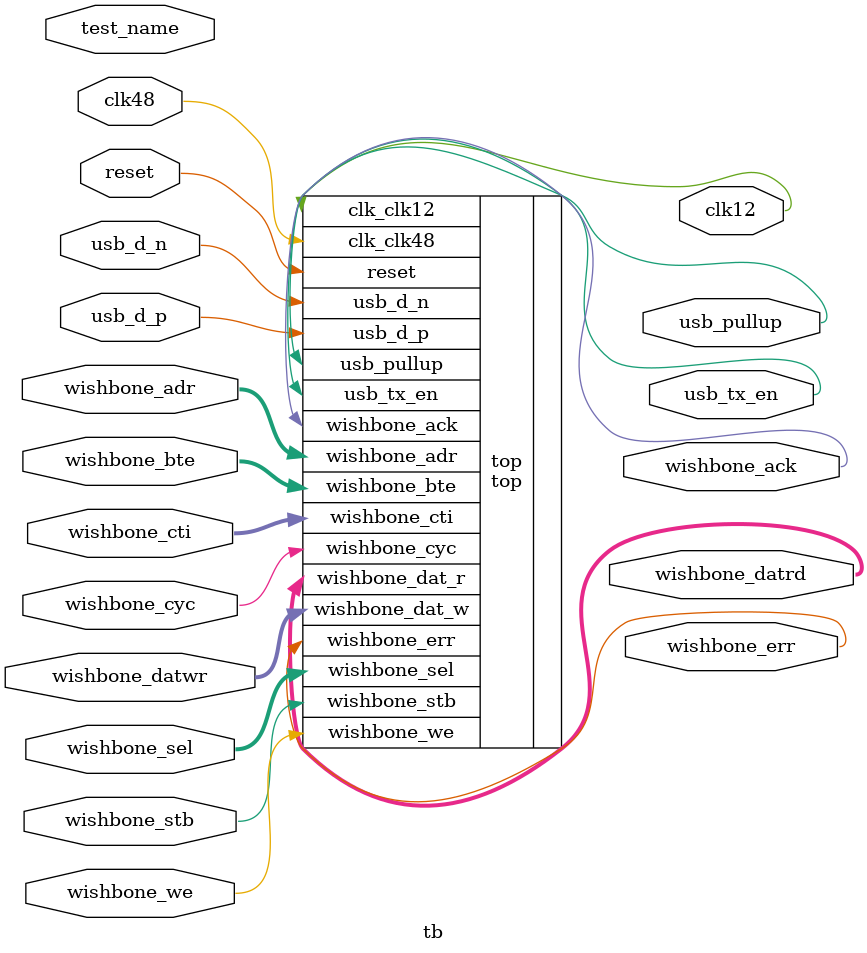
<source format=v>
`timescale 100ps / 100ps

module tb(
	input clk48,
	output clk12,
	input reset,
	inout usb_d_p,
	inout usb_d_n,
	output usb_pullup,
	output usb_tx_en,
	input [29:0] wishbone_adr,
	output [31:0] wishbone_datrd,
	input [31:0] wishbone_datwr,
	input [3:0] wishbone_sel,
	input wishbone_cyc,
	input wishbone_stb,
	output wishbone_ack,
	input wishbone_we,
	input [2:0] wishbone_cti,
	input [1:0] wishbone_bte,
	input [4095:0] test_name,
	output wishbone_err
);

top top (
	.clk_clk48(clk48),
	.clk_clk12(clk12),
	.reset(reset),
	.usb_d_p(usb_d_p),
	.usb_d_n(usb_d_n),
	.usb_pullup(usb_pullup),
	.usb_tx_en(usb_tx_en),
	.wishbone_adr(wishbone_adr),
	.wishbone_dat_r(wishbone_datrd),
	.wishbone_dat_w(wishbone_datwr),
	.wishbone_sel(wishbone_sel),
	.wishbone_cyc(wishbone_cyc),
	.wishbone_stb(wishbone_stb),
	.wishbone_ack(wishbone_ack),
	.wishbone_we(wishbone_we),
	.wishbone_cti(wishbone_cti),
	.wishbone_bte(wishbone_bte),
	.wishbone_err(wishbone_err)
);

  // Dump waves
  initial begin
    $dumpfile("dump.vcd");
    $dumpvars(0, tb);
  end

endmodule

</source>
